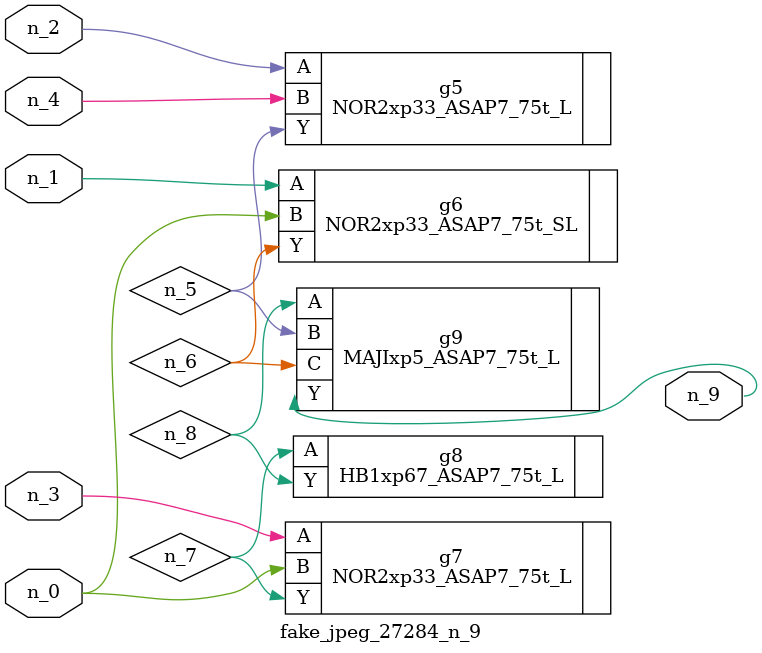
<source format=v>
module fake_jpeg_27284_n_9 (n_3, n_2, n_1, n_0, n_4, n_9);

input n_3;
input n_2;
input n_1;
input n_0;
input n_4;

output n_9;

wire n_8;
wire n_6;
wire n_5;
wire n_7;

NOR2xp33_ASAP7_75t_L g5 ( 
.A(n_2),
.B(n_4),
.Y(n_5)
);

NOR2xp33_ASAP7_75t_SL g6 ( 
.A(n_1),
.B(n_0),
.Y(n_6)
);

NOR2xp33_ASAP7_75t_L g7 ( 
.A(n_3),
.B(n_0),
.Y(n_7)
);

HB1xp67_ASAP7_75t_L g8 ( 
.A(n_7),
.Y(n_8)
);

MAJIxp5_ASAP7_75t_L g9 ( 
.A(n_8),
.B(n_5),
.C(n_6),
.Y(n_9)
);


endmodule
</source>
